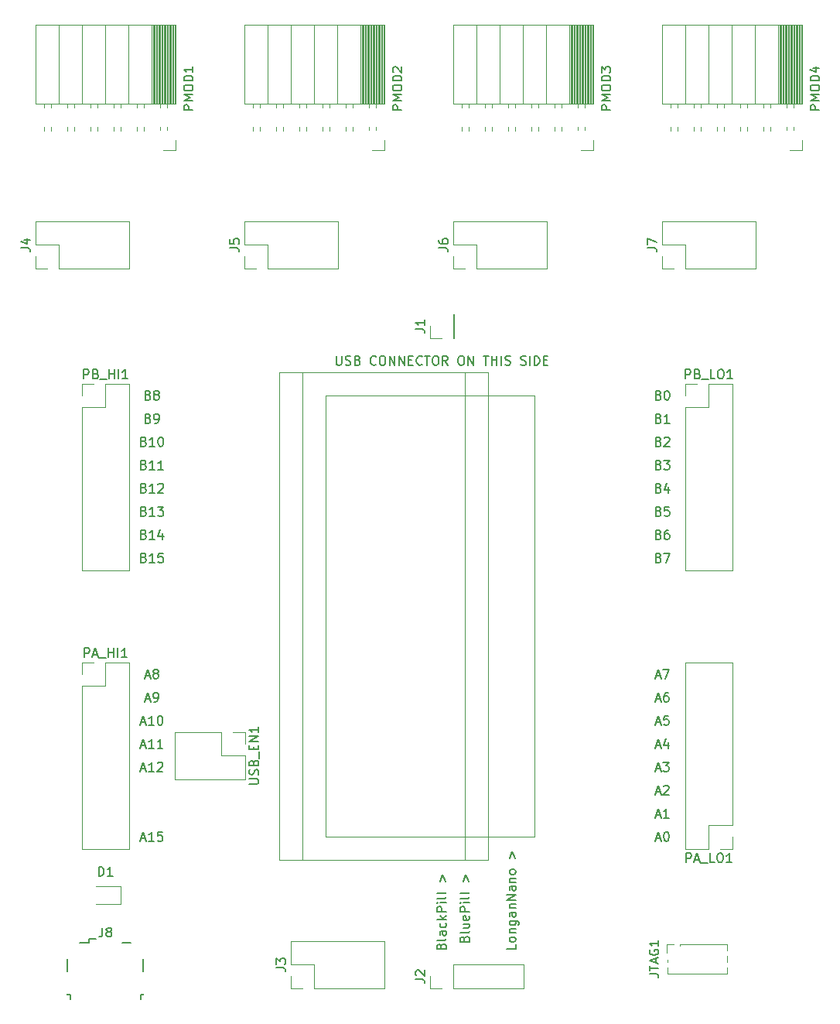
<source format=gbr>
%TF.GenerationSoftware,KiCad,Pcbnew,5.1.10*%
%TF.CreationDate,2021-09-24T20:54:15+02:00*%
%TF.ProjectId,ucdev_board,75636465-765f-4626-9f61-72642e6b6963,rev?*%
%TF.SameCoordinates,Original*%
%TF.FileFunction,Legend,Top*%
%TF.FilePolarity,Positive*%
%FSLAX46Y46*%
G04 Gerber Fmt 4.6, Leading zero omitted, Abs format (unit mm)*
G04 Created by KiCad (PCBNEW 5.1.10) date 2021-09-24 20:54:15*
%MOMM*%
%LPD*%
G01*
G04 APERTURE LIST*
%ADD10C,0.150000*%
%ADD11C,0.120000*%
G04 APERTURE END LIST*
D10*
X127555714Y-106846666D02*
X128031904Y-106846666D01*
X127460476Y-107132380D02*
X127793809Y-106132380D01*
X128127142Y-107132380D01*
X128650952Y-106132380D02*
X128746190Y-106132380D01*
X128841428Y-106180000D01*
X128889047Y-106227619D01*
X128936666Y-106322857D01*
X128984285Y-106513333D01*
X128984285Y-106751428D01*
X128936666Y-106941904D01*
X128889047Y-107037142D01*
X128841428Y-107084761D01*
X128746190Y-107132380D01*
X128650952Y-107132380D01*
X128555714Y-107084761D01*
X128508095Y-107037142D01*
X128460476Y-106941904D01*
X128412857Y-106751428D01*
X128412857Y-106513333D01*
X128460476Y-106322857D01*
X128508095Y-106227619D01*
X128555714Y-106180000D01*
X128650952Y-106132380D01*
X127555714Y-104306666D02*
X128031904Y-104306666D01*
X127460476Y-104592380D02*
X127793809Y-103592380D01*
X128127142Y-104592380D01*
X128984285Y-104592380D02*
X128412857Y-104592380D01*
X128698571Y-104592380D02*
X128698571Y-103592380D01*
X128603333Y-103735238D01*
X128508095Y-103830476D01*
X128412857Y-103878095D01*
X127555714Y-101766666D02*
X128031904Y-101766666D01*
X127460476Y-102052380D02*
X127793809Y-101052380D01*
X128127142Y-102052380D01*
X128412857Y-101147619D02*
X128460476Y-101100000D01*
X128555714Y-101052380D01*
X128793809Y-101052380D01*
X128889047Y-101100000D01*
X128936666Y-101147619D01*
X128984285Y-101242857D01*
X128984285Y-101338095D01*
X128936666Y-101480952D01*
X128365238Y-102052380D01*
X128984285Y-102052380D01*
X127555714Y-99226666D02*
X128031904Y-99226666D01*
X127460476Y-99512380D02*
X127793809Y-98512380D01*
X128127142Y-99512380D01*
X128365238Y-98512380D02*
X128984285Y-98512380D01*
X128650952Y-98893333D01*
X128793809Y-98893333D01*
X128889047Y-98940952D01*
X128936666Y-98988571D01*
X128984285Y-99083809D01*
X128984285Y-99321904D01*
X128936666Y-99417142D01*
X128889047Y-99464761D01*
X128793809Y-99512380D01*
X128508095Y-99512380D01*
X128412857Y-99464761D01*
X128365238Y-99417142D01*
X127555714Y-96686666D02*
X128031904Y-96686666D01*
X127460476Y-96972380D02*
X127793809Y-95972380D01*
X128127142Y-96972380D01*
X128889047Y-96305714D02*
X128889047Y-96972380D01*
X128650952Y-95924761D02*
X128412857Y-96639047D01*
X129031904Y-96639047D01*
X127555714Y-94146666D02*
X128031904Y-94146666D01*
X127460476Y-94432380D02*
X127793809Y-93432380D01*
X128127142Y-94432380D01*
X128936666Y-93432380D02*
X128460476Y-93432380D01*
X128412857Y-93908571D01*
X128460476Y-93860952D01*
X128555714Y-93813333D01*
X128793809Y-93813333D01*
X128889047Y-93860952D01*
X128936666Y-93908571D01*
X128984285Y-94003809D01*
X128984285Y-94241904D01*
X128936666Y-94337142D01*
X128889047Y-94384761D01*
X128793809Y-94432380D01*
X128555714Y-94432380D01*
X128460476Y-94384761D01*
X128412857Y-94337142D01*
X127555714Y-91606666D02*
X128031904Y-91606666D01*
X127460476Y-91892380D02*
X127793809Y-90892380D01*
X128127142Y-91892380D01*
X128889047Y-90892380D02*
X128698571Y-90892380D01*
X128603333Y-90940000D01*
X128555714Y-90987619D01*
X128460476Y-91130476D01*
X128412857Y-91320952D01*
X128412857Y-91701904D01*
X128460476Y-91797142D01*
X128508095Y-91844761D01*
X128603333Y-91892380D01*
X128793809Y-91892380D01*
X128889047Y-91844761D01*
X128936666Y-91797142D01*
X128984285Y-91701904D01*
X128984285Y-91463809D01*
X128936666Y-91368571D01*
X128889047Y-91320952D01*
X128793809Y-91273333D01*
X128603333Y-91273333D01*
X128508095Y-91320952D01*
X128460476Y-91368571D01*
X128412857Y-91463809D01*
X127555714Y-89066666D02*
X128031904Y-89066666D01*
X127460476Y-89352380D02*
X127793809Y-88352380D01*
X128127142Y-89352380D01*
X128365238Y-88352380D02*
X129031904Y-88352380D01*
X128603333Y-89352380D01*
X127865238Y-76128571D02*
X128008095Y-76176190D01*
X128055714Y-76223809D01*
X128103333Y-76319047D01*
X128103333Y-76461904D01*
X128055714Y-76557142D01*
X128008095Y-76604761D01*
X127912857Y-76652380D01*
X127531904Y-76652380D01*
X127531904Y-75652380D01*
X127865238Y-75652380D01*
X127960476Y-75700000D01*
X128008095Y-75747619D01*
X128055714Y-75842857D01*
X128055714Y-75938095D01*
X128008095Y-76033333D01*
X127960476Y-76080952D01*
X127865238Y-76128571D01*
X127531904Y-76128571D01*
X128436666Y-75652380D02*
X129103333Y-75652380D01*
X128674761Y-76652380D01*
X127865238Y-73588571D02*
X128008095Y-73636190D01*
X128055714Y-73683809D01*
X128103333Y-73779047D01*
X128103333Y-73921904D01*
X128055714Y-74017142D01*
X128008095Y-74064761D01*
X127912857Y-74112380D01*
X127531904Y-74112380D01*
X127531904Y-73112380D01*
X127865238Y-73112380D01*
X127960476Y-73160000D01*
X128008095Y-73207619D01*
X128055714Y-73302857D01*
X128055714Y-73398095D01*
X128008095Y-73493333D01*
X127960476Y-73540952D01*
X127865238Y-73588571D01*
X127531904Y-73588571D01*
X128960476Y-73112380D02*
X128770000Y-73112380D01*
X128674761Y-73160000D01*
X128627142Y-73207619D01*
X128531904Y-73350476D01*
X128484285Y-73540952D01*
X128484285Y-73921904D01*
X128531904Y-74017142D01*
X128579523Y-74064761D01*
X128674761Y-74112380D01*
X128865238Y-74112380D01*
X128960476Y-74064761D01*
X129008095Y-74017142D01*
X129055714Y-73921904D01*
X129055714Y-73683809D01*
X129008095Y-73588571D01*
X128960476Y-73540952D01*
X128865238Y-73493333D01*
X128674761Y-73493333D01*
X128579523Y-73540952D01*
X128531904Y-73588571D01*
X128484285Y-73683809D01*
X127865238Y-71048571D02*
X128008095Y-71096190D01*
X128055714Y-71143809D01*
X128103333Y-71239047D01*
X128103333Y-71381904D01*
X128055714Y-71477142D01*
X128008095Y-71524761D01*
X127912857Y-71572380D01*
X127531904Y-71572380D01*
X127531904Y-70572380D01*
X127865238Y-70572380D01*
X127960476Y-70620000D01*
X128008095Y-70667619D01*
X128055714Y-70762857D01*
X128055714Y-70858095D01*
X128008095Y-70953333D01*
X127960476Y-71000952D01*
X127865238Y-71048571D01*
X127531904Y-71048571D01*
X129008095Y-70572380D02*
X128531904Y-70572380D01*
X128484285Y-71048571D01*
X128531904Y-71000952D01*
X128627142Y-70953333D01*
X128865238Y-70953333D01*
X128960476Y-71000952D01*
X129008095Y-71048571D01*
X129055714Y-71143809D01*
X129055714Y-71381904D01*
X129008095Y-71477142D01*
X128960476Y-71524761D01*
X128865238Y-71572380D01*
X128627142Y-71572380D01*
X128531904Y-71524761D01*
X128484285Y-71477142D01*
X127865238Y-68508571D02*
X128008095Y-68556190D01*
X128055714Y-68603809D01*
X128103333Y-68699047D01*
X128103333Y-68841904D01*
X128055714Y-68937142D01*
X128008095Y-68984761D01*
X127912857Y-69032380D01*
X127531904Y-69032380D01*
X127531904Y-68032380D01*
X127865238Y-68032380D01*
X127960476Y-68080000D01*
X128008095Y-68127619D01*
X128055714Y-68222857D01*
X128055714Y-68318095D01*
X128008095Y-68413333D01*
X127960476Y-68460952D01*
X127865238Y-68508571D01*
X127531904Y-68508571D01*
X128960476Y-68365714D02*
X128960476Y-69032380D01*
X128722380Y-67984761D02*
X128484285Y-68699047D01*
X129103333Y-68699047D01*
X127865238Y-65968571D02*
X128008095Y-66016190D01*
X128055714Y-66063809D01*
X128103333Y-66159047D01*
X128103333Y-66301904D01*
X128055714Y-66397142D01*
X128008095Y-66444761D01*
X127912857Y-66492380D01*
X127531904Y-66492380D01*
X127531904Y-65492380D01*
X127865238Y-65492380D01*
X127960476Y-65540000D01*
X128008095Y-65587619D01*
X128055714Y-65682857D01*
X128055714Y-65778095D01*
X128008095Y-65873333D01*
X127960476Y-65920952D01*
X127865238Y-65968571D01*
X127531904Y-65968571D01*
X128436666Y-65492380D02*
X129055714Y-65492380D01*
X128722380Y-65873333D01*
X128865238Y-65873333D01*
X128960476Y-65920952D01*
X129008095Y-65968571D01*
X129055714Y-66063809D01*
X129055714Y-66301904D01*
X129008095Y-66397142D01*
X128960476Y-66444761D01*
X128865238Y-66492380D01*
X128579523Y-66492380D01*
X128484285Y-66444761D01*
X128436666Y-66397142D01*
X127865238Y-63428571D02*
X128008095Y-63476190D01*
X128055714Y-63523809D01*
X128103333Y-63619047D01*
X128103333Y-63761904D01*
X128055714Y-63857142D01*
X128008095Y-63904761D01*
X127912857Y-63952380D01*
X127531904Y-63952380D01*
X127531904Y-62952380D01*
X127865238Y-62952380D01*
X127960476Y-63000000D01*
X128008095Y-63047619D01*
X128055714Y-63142857D01*
X128055714Y-63238095D01*
X128008095Y-63333333D01*
X127960476Y-63380952D01*
X127865238Y-63428571D01*
X127531904Y-63428571D01*
X128484285Y-63047619D02*
X128531904Y-63000000D01*
X128627142Y-62952380D01*
X128865238Y-62952380D01*
X128960476Y-63000000D01*
X129008095Y-63047619D01*
X129055714Y-63142857D01*
X129055714Y-63238095D01*
X129008095Y-63380952D01*
X128436666Y-63952380D01*
X129055714Y-63952380D01*
X127865238Y-60888571D02*
X128008095Y-60936190D01*
X128055714Y-60983809D01*
X128103333Y-61079047D01*
X128103333Y-61221904D01*
X128055714Y-61317142D01*
X128008095Y-61364761D01*
X127912857Y-61412380D01*
X127531904Y-61412380D01*
X127531904Y-60412380D01*
X127865238Y-60412380D01*
X127960476Y-60460000D01*
X128008095Y-60507619D01*
X128055714Y-60602857D01*
X128055714Y-60698095D01*
X128008095Y-60793333D01*
X127960476Y-60840952D01*
X127865238Y-60888571D01*
X127531904Y-60888571D01*
X129055714Y-61412380D02*
X128484285Y-61412380D01*
X128770000Y-61412380D02*
X128770000Y-60412380D01*
X128674761Y-60555238D01*
X128579523Y-60650476D01*
X128484285Y-60698095D01*
X127865238Y-58348571D02*
X128008095Y-58396190D01*
X128055714Y-58443809D01*
X128103333Y-58539047D01*
X128103333Y-58681904D01*
X128055714Y-58777142D01*
X128008095Y-58824761D01*
X127912857Y-58872380D01*
X127531904Y-58872380D01*
X127531904Y-57872380D01*
X127865238Y-57872380D01*
X127960476Y-57920000D01*
X128008095Y-57967619D01*
X128055714Y-58062857D01*
X128055714Y-58158095D01*
X128008095Y-58253333D01*
X127960476Y-58300952D01*
X127865238Y-58348571D01*
X127531904Y-58348571D01*
X128722380Y-57872380D02*
X128817619Y-57872380D01*
X128912857Y-57920000D01*
X128960476Y-57967619D01*
X129008095Y-58062857D01*
X129055714Y-58253333D01*
X129055714Y-58491428D01*
X129008095Y-58681904D01*
X128960476Y-58777142D01*
X128912857Y-58824761D01*
X128817619Y-58872380D01*
X128722380Y-58872380D01*
X128627142Y-58824761D01*
X128579523Y-58777142D01*
X128531904Y-58681904D01*
X128484285Y-58491428D01*
X128484285Y-58253333D01*
X128531904Y-58062857D01*
X128579523Y-57967619D01*
X128627142Y-57920000D01*
X128722380Y-57872380D01*
X71199523Y-106846666D02*
X71675714Y-106846666D01*
X71104285Y-107132380D02*
X71437619Y-106132380D01*
X71770952Y-107132380D01*
X72628095Y-107132380D02*
X72056666Y-107132380D01*
X72342380Y-107132380D02*
X72342380Y-106132380D01*
X72247142Y-106275238D01*
X72151904Y-106370476D01*
X72056666Y-106418095D01*
X73532857Y-106132380D02*
X73056666Y-106132380D01*
X73009047Y-106608571D01*
X73056666Y-106560952D01*
X73151904Y-106513333D01*
X73390000Y-106513333D01*
X73485238Y-106560952D01*
X73532857Y-106608571D01*
X73580476Y-106703809D01*
X73580476Y-106941904D01*
X73532857Y-107037142D01*
X73485238Y-107084761D01*
X73390000Y-107132380D01*
X73151904Y-107132380D01*
X73056666Y-107084761D01*
X73009047Y-107037142D01*
X71199523Y-99226666D02*
X71675714Y-99226666D01*
X71104285Y-99512380D02*
X71437619Y-98512380D01*
X71770952Y-99512380D01*
X72628095Y-99512380D02*
X72056666Y-99512380D01*
X72342380Y-99512380D02*
X72342380Y-98512380D01*
X72247142Y-98655238D01*
X72151904Y-98750476D01*
X72056666Y-98798095D01*
X73009047Y-98607619D02*
X73056666Y-98560000D01*
X73151904Y-98512380D01*
X73390000Y-98512380D01*
X73485238Y-98560000D01*
X73532857Y-98607619D01*
X73580476Y-98702857D01*
X73580476Y-98798095D01*
X73532857Y-98940952D01*
X72961428Y-99512380D01*
X73580476Y-99512380D01*
X71199523Y-96686666D02*
X71675714Y-96686666D01*
X71104285Y-96972380D02*
X71437619Y-95972380D01*
X71770952Y-96972380D01*
X72628095Y-96972380D02*
X72056666Y-96972380D01*
X72342380Y-96972380D02*
X72342380Y-95972380D01*
X72247142Y-96115238D01*
X72151904Y-96210476D01*
X72056666Y-96258095D01*
X73580476Y-96972380D02*
X73009047Y-96972380D01*
X73294761Y-96972380D02*
X73294761Y-95972380D01*
X73199523Y-96115238D01*
X73104285Y-96210476D01*
X73009047Y-96258095D01*
X71199523Y-94146666D02*
X71675714Y-94146666D01*
X71104285Y-94432380D02*
X71437619Y-93432380D01*
X71770952Y-94432380D01*
X72628095Y-94432380D02*
X72056666Y-94432380D01*
X72342380Y-94432380D02*
X72342380Y-93432380D01*
X72247142Y-93575238D01*
X72151904Y-93670476D01*
X72056666Y-93718095D01*
X73247142Y-93432380D02*
X73342380Y-93432380D01*
X73437619Y-93480000D01*
X73485238Y-93527619D01*
X73532857Y-93622857D01*
X73580476Y-93813333D01*
X73580476Y-94051428D01*
X73532857Y-94241904D01*
X73485238Y-94337142D01*
X73437619Y-94384761D01*
X73342380Y-94432380D01*
X73247142Y-94432380D01*
X73151904Y-94384761D01*
X73104285Y-94337142D01*
X73056666Y-94241904D01*
X73009047Y-94051428D01*
X73009047Y-93813333D01*
X73056666Y-93622857D01*
X73104285Y-93527619D01*
X73151904Y-93480000D01*
X73247142Y-93432380D01*
X71675714Y-91606666D02*
X72151904Y-91606666D01*
X71580476Y-91892380D02*
X71913809Y-90892380D01*
X72247142Y-91892380D01*
X72628095Y-91892380D02*
X72818571Y-91892380D01*
X72913809Y-91844761D01*
X72961428Y-91797142D01*
X73056666Y-91654285D01*
X73104285Y-91463809D01*
X73104285Y-91082857D01*
X73056666Y-90987619D01*
X73009047Y-90940000D01*
X72913809Y-90892380D01*
X72723333Y-90892380D01*
X72628095Y-90940000D01*
X72580476Y-90987619D01*
X72532857Y-91082857D01*
X72532857Y-91320952D01*
X72580476Y-91416190D01*
X72628095Y-91463809D01*
X72723333Y-91511428D01*
X72913809Y-91511428D01*
X73009047Y-91463809D01*
X73056666Y-91416190D01*
X73104285Y-91320952D01*
X71675714Y-89066666D02*
X72151904Y-89066666D01*
X71580476Y-89352380D02*
X71913809Y-88352380D01*
X72247142Y-89352380D01*
X72723333Y-88780952D02*
X72628095Y-88733333D01*
X72580476Y-88685714D01*
X72532857Y-88590476D01*
X72532857Y-88542857D01*
X72580476Y-88447619D01*
X72628095Y-88400000D01*
X72723333Y-88352380D01*
X72913809Y-88352380D01*
X73009047Y-88400000D01*
X73056666Y-88447619D01*
X73104285Y-88542857D01*
X73104285Y-88590476D01*
X73056666Y-88685714D01*
X73009047Y-88733333D01*
X72913809Y-88780952D01*
X72723333Y-88780952D01*
X72628095Y-88828571D01*
X72580476Y-88876190D01*
X72532857Y-88971428D01*
X72532857Y-89161904D01*
X72580476Y-89257142D01*
X72628095Y-89304761D01*
X72723333Y-89352380D01*
X72913809Y-89352380D01*
X73009047Y-89304761D01*
X73056666Y-89257142D01*
X73104285Y-89161904D01*
X73104285Y-88971428D01*
X73056666Y-88876190D01*
X73009047Y-88828571D01*
X72913809Y-88780952D01*
X71509047Y-76128571D02*
X71651904Y-76176190D01*
X71699523Y-76223809D01*
X71747142Y-76319047D01*
X71747142Y-76461904D01*
X71699523Y-76557142D01*
X71651904Y-76604761D01*
X71556666Y-76652380D01*
X71175714Y-76652380D01*
X71175714Y-75652380D01*
X71509047Y-75652380D01*
X71604285Y-75700000D01*
X71651904Y-75747619D01*
X71699523Y-75842857D01*
X71699523Y-75938095D01*
X71651904Y-76033333D01*
X71604285Y-76080952D01*
X71509047Y-76128571D01*
X71175714Y-76128571D01*
X72699523Y-76652380D02*
X72128095Y-76652380D01*
X72413809Y-76652380D02*
X72413809Y-75652380D01*
X72318571Y-75795238D01*
X72223333Y-75890476D01*
X72128095Y-75938095D01*
X73604285Y-75652380D02*
X73128095Y-75652380D01*
X73080476Y-76128571D01*
X73128095Y-76080952D01*
X73223333Y-76033333D01*
X73461428Y-76033333D01*
X73556666Y-76080952D01*
X73604285Y-76128571D01*
X73651904Y-76223809D01*
X73651904Y-76461904D01*
X73604285Y-76557142D01*
X73556666Y-76604761D01*
X73461428Y-76652380D01*
X73223333Y-76652380D01*
X73128095Y-76604761D01*
X73080476Y-76557142D01*
X71509047Y-73588571D02*
X71651904Y-73636190D01*
X71699523Y-73683809D01*
X71747142Y-73779047D01*
X71747142Y-73921904D01*
X71699523Y-74017142D01*
X71651904Y-74064761D01*
X71556666Y-74112380D01*
X71175714Y-74112380D01*
X71175714Y-73112380D01*
X71509047Y-73112380D01*
X71604285Y-73160000D01*
X71651904Y-73207619D01*
X71699523Y-73302857D01*
X71699523Y-73398095D01*
X71651904Y-73493333D01*
X71604285Y-73540952D01*
X71509047Y-73588571D01*
X71175714Y-73588571D01*
X72699523Y-74112380D02*
X72128095Y-74112380D01*
X72413809Y-74112380D02*
X72413809Y-73112380D01*
X72318571Y-73255238D01*
X72223333Y-73350476D01*
X72128095Y-73398095D01*
X73556666Y-73445714D02*
X73556666Y-74112380D01*
X73318571Y-73064761D02*
X73080476Y-73779047D01*
X73699523Y-73779047D01*
X71509047Y-71048571D02*
X71651904Y-71096190D01*
X71699523Y-71143809D01*
X71747142Y-71239047D01*
X71747142Y-71381904D01*
X71699523Y-71477142D01*
X71651904Y-71524761D01*
X71556666Y-71572380D01*
X71175714Y-71572380D01*
X71175714Y-70572380D01*
X71509047Y-70572380D01*
X71604285Y-70620000D01*
X71651904Y-70667619D01*
X71699523Y-70762857D01*
X71699523Y-70858095D01*
X71651904Y-70953333D01*
X71604285Y-71000952D01*
X71509047Y-71048571D01*
X71175714Y-71048571D01*
X72699523Y-71572380D02*
X72128095Y-71572380D01*
X72413809Y-71572380D02*
X72413809Y-70572380D01*
X72318571Y-70715238D01*
X72223333Y-70810476D01*
X72128095Y-70858095D01*
X73032857Y-70572380D02*
X73651904Y-70572380D01*
X73318571Y-70953333D01*
X73461428Y-70953333D01*
X73556666Y-71000952D01*
X73604285Y-71048571D01*
X73651904Y-71143809D01*
X73651904Y-71381904D01*
X73604285Y-71477142D01*
X73556666Y-71524761D01*
X73461428Y-71572380D01*
X73175714Y-71572380D01*
X73080476Y-71524761D01*
X73032857Y-71477142D01*
X71509047Y-68508571D02*
X71651904Y-68556190D01*
X71699523Y-68603809D01*
X71747142Y-68699047D01*
X71747142Y-68841904D01*
X71699523Y-68937142D01*
X71651904Y-68984761D01*
X71556666Y-69032380D01*
X71175714Y-69032380D01*
X71175714Y-68032380D01*
X71509047Y-68032380D01*
X71604285Y-68080000D01*
X71651904Y-68127619D01*
X71699523Y-68222857D01*
X71699523Y-68318095D01*
X71651904Y-68413333D01*
X71604285Y-68460952D01*
X71509047Y-68508571D01*
X71175714Y-68508571D01*
X72699523Y-69032380D02*
X72128095Y-69032380D01*
X72413809Y-69032380D02*
X72413809Y-68032380D01*
X72318571Y-68175238D01*
X72223333Y-68270476D01*
X72128095Y-68318095D01*
X73080476Y-68127619D02*
X73128095Y-68080000D01*
X73223333Y-68032380D01*
X73461428Y-68032380D01*
X73556666Y-68080000D01*
X73604285Y-68127619D01*
X73651904Y-68222857D01*
X73651904Y-68318095D01*
X73604285Y-68460952D01*
X73032857Y-69032380D01*
X73651904Y-69032380D01*
X71509047Y-65968571D02*
X71651904Y-66016190D01*
X71699523Y-66063809D01*
X71747142Y-66159047D01*
X71747142Y-66301904D01*
X71699523Y-66397142D01*
X71651904Y-66444761D01*
X71556666Y-66492380D01*
X71175714Y-66492380D01*
X71175714Y-65492380D01*
X71509047Y-65492380D01*
X71604285Y-65540000D01*
X71651904Y-65587619D01*
X71699523Y-65682857D01*
X71699523Y-65778095D01*
X71651904Y-65873333D01*
X71604285Y-65920952D01*
X71509047Y-65968571D01*
X71175714Y-65968571D01*
X72699523Y-66492380D02*
X72128095Y-66492380D01*
X72413809Y-66492380D02*
X72413809Y-65492380D01*
X72318571Y-65635238D01*
X72223333Y-65730476D01*
X72128095Y-65778095D01*
X73651904Y-66492380D02*
X73080476Y-66492380D01*
X73366190Y-66492380D02*
X73366190Y-65492380D01*
X73270952Y-65635238D01*
X73175714Y-65730476D01*
X73080476Y-65778095D01*
X71509047Y-63428571D02*
X71651904Y-63476190D01*
X71699523Y-63523809D01*
X71747142Y-63619047D01*
X71747142Y-63761904D01*
X71699523Y-63857142D01*
X71651904Y-63904761D01*
X71556666Y-63952380D01*
X71175714Y-63952380D01*
X71175714Y-62952380D01*
X71509047Y-62952380D01*
X71604285Y-63000000D01*
X71651904Y-63047619D01*
X71699523Y-63142857D01*
X71699523Y-63238095D01*
X71651904Y-63333333D01*
X71604285Y-63380952D01*
X71509047Y-63428571D01*
X71175714Y-63428571D01*
X72699523Y-63952380D02*
X72128095Y-63952380D01*
X72413809Y-63952380D02*
X72413809Y-62952380D01*
X72318571Y-63095238D01*
X72223333Y-63190476D01*
X72128095Y-63238095D01*
X73318571Y-62952380D02*
X73413809Y-62952380D01*
X73509047Y-63000000D01*
X73556666Y-63047619D01*
X73604285Y-63142857D01*
X73651904Y-63333333D01*
X73651904Y-63571428D01*
X73604285Y-63761904D01*
X73556666Y-63857142D01*
X73509047Y-63904761D01*
X73413809Y-63952380D01*
X73318571Y-63952380D01*
X73223333Y-63904761D01*
X73175714Y-63857142D01*
X73128095Y-63761904D01*
X73080476Y-63571428D01*
X73080476Y-63333333D01*
X73128095Y-63142857D01*
X73175714Y-63047619D01*
X73223333Y-63000000D01*
X73318571Y-62952380D01*
X71985238Y-60888571D02*
X72128095Y-60936190D01*
X72175714Y-60983809D01*
X72223333Y-61079047D01*
X72223333Y-61221904D01*
X72175714Y-61317142D01*
X72128095Y-61364761D01*
X72032857Y-61412380D01*
X71651904Y-61412380D01*
X71651904Y-60412380D01*
X71985238Y-60412380D01*
X72080476Y-60460000D01*
X72128095Y-60507619D01*
X72175714Y-60602857D01*
X72175714Y-60698095D01*
X72128095Y-60793333D01*
X72080476Y-60840952D01*
X71985238Y-60888571D01*
X71651904Y-60888571D01*
X72699523Y-61412380D02*
X72890000Y-61412380D01*
X72985238Y-61364761D01*
X73032857Y-61317142D01*
X73128095Y-61174285D01*
X73175714Y-60983809D01*
X73175714Y-60602857D01*
X73128095Y-60507619D01*
X73080476Y-60460000D01*
X72985238Y-60412380D01*
X72794761Y-60412380D01*
X72699523Y-60460000D01*
X72651904Y-60507619D01*
X72604285Y-60602857D01*
X72604285Y-60840952D01*
X72651904Y-60936190D01*
X72699523Y-60983809D01*
X72794761Y-61031428D01*
X72985238Y-61031428D01*
X73080476Y-60983809D01*
X73128095Y-60936190D01*
X73175714Y-60840952D01*
X71985238Y-58348571D02*
X72128095Y-58396190D01*
X72175714Y-58443809D01*
X72223333Y-58539047D01*
X72223333Y-58681904D01*
X72175714Y-58777142D01*
X72128095Y-58824761D01*
X72032857Y-58872380D01*
X71651904Y-58872380D01*
X71651904Y-57872380D01*
X71985238Y-57872380D01*
X72080476Y-57920000D01*
X72128095Y-57967619D01*
X72175714Y-58062857D01*
X72175714Y-58158095D01*
X72128095Y-58253333D01*
X72080476Y-58300952D01*
X71985238Y-58348571D01*
X71651904Y-58348571D01*
X72794761Y-58300952D02*
X72699523Y-58253333D01*
X72651904Y-58205714D01*
X72604285Y-58110476D01*
X72604285Y-58062857D01*
X72651904Y-57967619D01*
X72699523Y-57920000D01*
X72794761Y-57872380D01*
X72985238Y-57872380D01*
X73080476Y-57920000D01*
X73128095Y-57967619D01*
X73175714Y-58062857D01*
X73175714Y-58110476D01*
X73128095Y-58205714D01*
X73080476Y-58253333D01*
X72985238Y-58300952D01*
X72794761Y-58300952D01*
X72699523Y-58348571D01*
X72651904Y-58396190D01*
X72604285Y-58491428D01*
X72604285Y-58681904D01*
X72651904Y-58777142D01*
X72699523Y-58824761D01*
X72794761Y-58872380D01*
X72985238Y-58872380D01*
X73080476Y-58824761D01*
X73128095Y-58777142D01*
X73175714Y-58681904D01*
X73175714Y-58491428D01*
X73128095Y-58396190D01*
X73080476Y-58348571D01*
X72985238Y-58300952D01*
%TO.C,J8*%
X69110000Y-118250000D02*
X70110000Y-118250000D01*
X65510000Y-118250000D02*
X64510000Y-118250000D01*
X65510000Y-117825000D02*
X65510000Y-118250000D01*
X66235000Y-117825000D02*
X65510000Y-117825000D01*
X71460000Y-121400000D02*
X71460000Y-120000000D01*
X71460000Y-123950000D02*
X71460000Y-123800000D01*
X71160000Y-123950000D02*
X71460000Y-123950000D01*
X71160000Y-124400000D02*
X71160000Y-123950000D01*
X63460000Y-123950000D02*
X63460000Y-124400000D01*
X63160000Y-123950000D02*
X63460000Y-123950000D01*
X63160000Y-123800000D02*
X63160000Y-123950000D01*
X63160000Y-120000000D02*
X63160000Y-121400000D01*
D11*
%TO.C,D1*%
X68995000Y-112070000D02*
X66310000Y-112070000D01*
X68995000Y-113990000D02*
X68995000Y-112070000D01*
X66310000Y-113990000D02*
X68995000Y-113990000D01*
%TO.C,J7*%
X128210000Y-44510000D02*
X128210000Y-43180000D01*
X129540000Y-44510000D02*
X128210000Y-44510000D01*
X128210000Y-41910000D02*
X128210000Y-39310000D01*
X130810000Y-41910000D02*
X128210000Y-41910000D01*
X130810000Y-44510000D02*
X130810000Y-41910000D01*
X128210000Y-39310000D02*
X138490000Y-39310000D01*
X130810000Y-44510000D02*
X138490000Y-44510000D01*
X138490000Y-44510000D02*
X138490000Y-39310000D01*
%TO.C,J6*%
X105350000Y-44510000D02*
X105350000Y-43180000D01*
X106680000Y-44510000D02*
X105350000Y-44510000D01*
X105350000Y-41910000D02*
X105350000Y-39310000D01*
X107950000Y-41910000D02*
X105350000Y-41910000D01*
X107950000Y-44510000D02*
X107950000Y-41910000D01*
X105350000Y-39310000D02*
X115630000Y-39310000D01*
X107950000Y-44510000D02*
X115630000Y-44510000D01*
X115630000Y-44510000D02*
X115630000Y-39310000D01*
%TO.C,J5*%
X82490000Y-44510000D02*
X82490000Y-43180000D01*
X83820000Y-44510000D02*
X82490000Y-44510000D01*
X82490000Y-41910000D02*
X82490000Y-39310000D01*
X85090000Y-41910000D02*
X82490000Y-41910000D01*
X85090000Y-44510000D02*
X85090000Y-41910000D01*
X82490000Y-39310000D02*
X92770000Y-39310000D01*
X85090000Y-44510000D02*
X92770000Y-44510000D01*
X92770000Y-44510000D02*
X92770000Y-39310000D01*
%TO.C,J4*%
X59630000Y-44510000D02*
X59630000Y-43180000D01*
X60960000Y-44510000D02*
X59630000Y-44510000D01*
X59630000Y-41910000D02*
X59630000Y-39310000D01*
X62230000Y-41910000D02*
X59630000Y-41910000D01*
X62230000Y-44510000D02*
X62230000Y-41910000D01*
X59630000Y-39310000D02*
X69910000Y-39310000D01*
X62230000Y-44510000D02*
X69910000Y-44510000D01*
X69910000Y-44510000D02*
X69910000Y-39310000D01*
%TO.C,USB_EN1*%
X82610000Y-95190000D02*
X82610000Y-96520000D01*
X81280000Y-95190000D02*
X82610000Y-95190000D01*
X82610000Y-97790000D02*
X82610000Y-100390000D01*
X80010000Y-97790000D02*
X82610000Y-97790000D01*
X80010000Y-95190000D02*
X80010000Y-97790000D01*
X82610000Y-100390000D02*
X74870000Y-100390000D01*
X80010000Y-95190000D02*
X74870000Y-95190000D01*
X74870000Y-95190000D02*
X74870000Y-100390000D01*
%TO.C,PB_LO1*%
X130750000Y-57090000D02*
X132080000Y-57090000D01*
X130750000Y-58420000D02*
X130750000Y-57090000D01*
X133350000Y-57090000D02*
X135950000Y-57090000D01*
X133350000Y-59690000D02*
X133350000Y-57090000D01*
X130750000Y-59690000D02*
X133350000Y-59690000D01*
X135950000Y-57090000D02*
X135950000Y-77530000D01*
X130750000Y-59690000D02*
X130750000Y-77530000D01*
X130750000Y-77530000D02*
X135950000Y-77530000D01*
%TO.C,PB_HI1*%
X64710000Y-57090000D02*
X66040000Y-57090000D01*
X64710000Y-58420000D02*
X64710000Y-57090000D01*
X67310000Y-57090000D02*
X69910000Y-57090000D01*
X67310000Y-59690000D02*
X67310000Y-57090000D01*
X64710000Y-59690000D02*
X67310000Y-59690000D01*
X69910000Y-57090000D02*
X69910000Y-77530000D01*
X64710000Y-59690000D02*
X64710000Y-77530000D01*
X64710000Y-77530000D02*
X69910000Y-77530000D01*
%TO.C,PA_LO1*%
X135950000Y-108010000D02*
X134620000Y-108010000D01*
X135950000Y-106680000D02*
X135950000Y-108010000D01*
X133350000Y-108010000D02*
X130750000Y-108010000D01*
X133350000Y-105410000D02*
X133350000Y-108010000D01*
X135950000Y-105410000D02*
X133350000Y-105410000D01*
X130750000Y-108010000D02*
X130750000Y-87570000D01*
X135950000Y-105410000D02*
X135950000Y-87570000D01*
X135950000Y-87570000D02*
X130750000Y-87570000D01*
%TO.C,PA_HI1*%
X64710000Y-87570000D02*
X66040000Y-87570000D01*
X64710000Y-88900000D02*
X64710000Y-87570000D01*
X67310000Y-87570000D02*
X69910000Y-87570000D01*
X67310000Y-90170000D02*
X67310000Y-87570000D01*
X64710000Y-90170000D02*
X67310000Y-90170000D01*
X69910000Y-87570000D02*
X69910000Y-108010000D01*
X64710000Y-90170000D02*
X64710000Y-108010000D01*
X64710000Y-108010000D02*
X69910000Y-108010000D01*
%TO.C,JTAG1*%
X128780000Y-119380000D02*
X128780000Y-118430000D01*
X128780000Y-118430000D02*
X129540000Y-118430000D01*
X130175000Y-118620000D02*
X130175000Y-118430000D01*
X130175000Y-118430000D02*
X135315000Y-118430000D01*
X135315000Y-120342470D02*
X135315000Y-119687530D01*
X135315000Y-121600000D02*
X135315000Y-120957530D01*
X135315000Y-119072470D02*
X135315000Y-118430000D01*
X128845000Y-121600000D02*
X135315000Y-121600000D01*
X128845000Y-120342470D02*
X128845000Y-120140000D01*
X128845000Y-121600000D02*
X128845000Y-120957530D01*
%TO.C,PMOD4*%
X143570000Y-30480000D02*
X143570000Y-31590000D01*
X143570000Y-31590000D02*
X142240000Y-31590000D01*
X143570000Y-17850000D02*
X128210000Y-17850000D01*
X128210000Y-17850000D02*
X128210000Y-26480000D01*
X143570000Y-26480000D02*
X128210000Y-26480000D01*
X143570000Y-17850000D02*
X143570000Y-26480000D01*
X130810000Y-17850000D02*
X130810000Y-26480000D01*
X133350000Y-17850000D02*
X133350000Y-26480000D01*
X135890000Y-17850000D02*
X135890000Y-26480000D01*
X138430000Y-17850000D02*
X138430000Y-26480000D01*
X140970000Y-17850000D02*
X140970000Y-26480000D01*
X129180000Y-28990000D02*
X129180000Y-29430000D01*
X129180000Y-26480000D02*
X129180000Y-26890000D01*
X129900000Y-28990000D02*
X129900000Y-29430000D01*
X129900000Y-26480000D02*
X129900000Y-26890000D01*
X131720000Y-28990000D02*
X131720000Y-29430000D01*
X131720000Y-26480000D02*
X131720000Y-26890000D01*
X132440000Y-28990000D02*
X132440000Y-29430000D01*
X132440000Y-26480000D02*
X132440000Y-26890000D01*
X134260000Y-28990000D02*
X134260000Y-29430000D01*
X134260000Y-26480000D02*
X134260000Y-26890000D01*
X134980000Y-28990000D02*
X134980000Y-29430000D01*
X134980000Y-26480000D02*
X134980000Y-26890000D01*
X136800000Y-28990000D02*
X136800000Y-29430000D01*
X136800000Y-26480000D02*
X136800000Y-26890000D01*
X137520000Y-28990000D02*
X137520000Y-29430000D01*
X137520000Y-26480000D02*
X137520000Y-26890000D01*
X139340000Y-28990000D02*
X139340000Y-29430000D01*
X139340000Y-26480000D02*
X139340000Y-26890000D01*
X140060000Y-28990000D02*
X140060000Y-29430000D01*
X140060000Y-26480000D02*
X140060000Y-26890000D01*
X141880000Y-28990000D02*
X141880000Y-29370000D01*
X141880000Y-26480000D02*
X141880000Y-26890000D01*
X142600000Y-28990000D02*
X142600000Y-29370000D01*
X142600000Y-26480000D02*
X142600000Y-26890000D01*
X141088100Y-17850000D02*
X141088100Y-26480000D01*
X141206195Y-17850000D02*
X141206195Y-26480000D01*
X141324290Y-17850000D02*
X141324290Y-26480000D01*
X141442385Y-17850000D02*
X141442385Y-26480000D01*
X141560480Y-17850000D02*
X141560480Y-26480000D01*
X141678575Y-17850000D02*
X141678575Y-26480000D01*
X141796670Y-17850000D02*
X141796670Y-26480000D01*
X141914765Y-17850000D02*
X141914765Y-26480000D01*
X142032860Y-17850000D02*
X142032860Y-26480000D01*
X142150955Y-17850000D02*
X142150955Y-26480000D01*
X142269050Y-17850000D02*
X142269050Y-26480000D01*
X142387145Y-17850000D02*
X142387145Y-26480000D01*
X142505240Y-17850000D02*
X142505240Y-26480000D01*
X142623335Y-17850000D02*
X142623335Y-26480000D01*
X142741430Y-17850000D02*
X142741430Y-26480000D01*
X142859525Y-17850000D02*
X142859525Y-26480000D01*
X142977620Y-17850000D02*
X142977620Y-26480000D01*
X143095715Y-17850000D02*
X143095715Y-26480000D01*
X143213810Y-17850000D02*
X143213810Y-26480000D01*
X143331905Y-17850000D02*
X143331905Y-26480000D01*
X143450000Y-17850000D02*
X143450000Y-26480000D01*
%TO.C,PMOD3*%
X120710000Y-30480000D02*
X120710000Y-31590000D01*
X120710000Y-31590000D02*
X119380000Y-31590000D01*
X120710000Y-17850000D02*
X105350000Y-17850000D01*
X105350000Y-17850000D02*
X105350000Y-26480000D01*
X120710000Y-26480000D02*
X105350000Y-26480000D01*
X120710000Y-17850000D02*
X120710000Y-26480000D01*
X107950000Y-17850000D02*
X107950000Y-26480000D01*
X110490000Y-17850000D02*
X110490000Y-26480000D01*
X113030000Y-17850000D02*
X113030000Y-26480000D01*
X115570000Y-17850000D02*
X115570000Y-26480000D01*
X118110000Y-17850000D02*
X118110000Y-26480000D01*
X106320000Y-28990000D02*
X106320000Y-29430000D01*
X106320000Y-26480000D02*
X106320000Y-26890000D01*
X107040000Y-28990000D02*
X107040000Y-29430000D01*
X107040000Y-26480000D02*
X107040000Y-26890000D01*
X108860000Y-28990000D02*
X108860000Y-29430000D01*
X108860000Y-26480000D02*
X108860000Y-26890000D01*
X109580000Y-28990000D02*
X109580000Y-29430000D01*
X109580000Y-26480000D02*
X109580000Y-26890000D01*
X111400000Y-28990000D02*
X111400000Y-29430000D01*
X111400000Y-26480000D02*
X111400000Y-26890000D01*
X112120000Y-28990000D02*
X112120000Y-29430000D01*
X112120000Y-26480000D02*
X112120000Y-26890000D01*
X113940000Y-28990000D02*
X113940000Y-29430000D01*
X113940000Y-26480000D02*
X113940000Y-26890000D01*
X114660000Y-28990000D02*
X114660000Y-29430000D01*
X114660000Y-26480000D02*
X114660000Y-26890000D01*
X116480000Y-28990000D02*
X116480000Y-29430000D01*
X116480000Y-26480000D02*
X116480000Y-26890000D01*
X117200000Y-28990000D02*
X117200000Y-29430000D01*
X117200000Y-26480000D02*
X117200000Y-26890000D01*
X119020000Y-28990000D02*
X119020000Y-29370000D01*
X119020000Y-26480000D02*
X119020000Y-26890000D01*
X119740000Y-28990000D02*
X119740000Y-29370000D01*
X119740000Y-26480000D02*
X119740000Y-26890000D01*
X118228100Y-17850000D02*
X118228100Y-26480000D01*
X118346195Y-17850000D02*
X118346195Y-26480000D01*
X118464290Y-17850000D02*
X118464290Y-26480000D01*
X118582385Y-17850000D02*
X118582385Y-26480000D01*
X118700480Y-17850000D02*
X118700480Y-26480000D01*
X118818575Y-17850000D02*
X118818575Y-26480000D01*
X118936670Y-17850000D02*
X118936670Y-26480000D01*
X119054765Y-17850000D02*
X119054765Y-26480000D01*
X119172860Y-17850000D02*
X119172860Y-26480000D01*
X119290955Y-17850000D02*
X119290955Y-26480000D01*
X119409050Y-17850000D02*
X119409050Y-26480000D01*
X119527145Y-17850000D02*
X119527145Y-26480000D01*
X119645240Y-17850000D02*
X119645240Y-26480000D01*
X119763335Y-17850000D02*
X119763335Y-26480000D01*
X119881430Y-17850000D02*
X119881430Y-26480000D01*
X119999525Y-17850000D02*
X119999525Y-26480000D01*
X120117620Y-17850000D02*
X120117620Y-26480000D01*
X120235715Y-17850000D02*
X120235715Y-26480000D01*
X120353810Y-17850000D02*
X120353810Y-26480000D01*
X120471905Y-17850000D02*
X120471905Y-26480000D01*
X120590000Y-17850000D02*
X120590000Y-26480000D01*
%TO.C,PMOD2*%
X97850000Y-30480000D02*
X97850000Y-31590000D01*
X97850000Y-31590000D02*
X96520000Y-31590000D01*
X97850000Y-17850000D02*
X82490000Y-17850000D01*
X82490000Y-17850000D02*
X82490000Y-26480000D01*
X97850000Y-26480000D02*
X82490000Y-26480000D01*
X97850000Y-17850000D02*
X97850000Y-26480000D01*
X85090000Y-17850000D02*
X85090000Y-26480000D01*
X87630000Y-17850000D02*
X87630000Y-26480000D01*
X90170000Y-17850000D02*
X90170000Y-26480000D01*
X92710000Y-17850000D02*
X92710000Y-26480000D01*
X95250000Y-17850000D02*
X95250000Y-26480000D01*
X83460000Y-28990000D02*
X83460000Y-29430000D01*
X83460000Y-26480000D02*
X83460000Y-26890000D01*
X84180000Y-28990000D02*
X84180000Y-29430000D01*
X84180000Y-26480000D02*
X84180000Y-26890000D01*
X86000000Y-28990000D02*
X86000000Y-29430000D01*
X86000000Y-26480000D02*
X86000000Y-26890000D01*
X86720000Y-28990000D02*
X86720000Y-29430000D01*
X86720000Y-26480000D02*
X86720000Y-26890000D01*
X88540000Y-28990000D02*
X88540000Y-29430000D01*
X88540000Y-26480000D02*
X88540000Y-26890000D01*
X89260000Y-28990000D02*
X89260000Y-29430000D01*
X89260000Y-26480000D02*
X89260000Y-26890000D01*
X91080000Y-28990000D02*
X91080000Y-29430000D01*
X91080000Y-26480000D02*
X91080000Y-26890000D01*
X91800000Y-28990000D02*
X91800000Y-29430000D01*
X91800000Y-26480000D02*
X91800000Y-26890000D01*
X93620000Y-28990000D02*
X93620000Y-29430000D01*
X93620000Y-26480000D02*
X93620000Y-26890000D01*
X94340000Y-28990000D02*
X94340000Y-29430000D01*
X94340000Y-26480000D02*
X94340000Y-26890000D01*
X96160000Y-28990000D02*
X96160000Y-29370000D01*
X96160000Y-26480000D02*
X96160000Y-26890000D01*
X96880000Y-28990000D02*
X96880000Y-29370000D01*
X96880000Y-26480000D02*
X96880000Y-26890000D01*
X95368100Y-17850000D02*
X95368100Y-26480000D01*
X95486195Y-17850000D02*
X95486195Y-26480000D01*
X95604290Y-17850000D02*
X95604290Y-26480000D01*
X95722385Y-17850000D02*
X95722385Y-26480000D01*
X95840480Y-17850000D02*
X95840480Y-26480000D01*
X95958575Y-17850000D02*
X95958575Y-26480000D01*
X96076670Y-17850000D02*
X96076670Y-26480000D01*
X96194765Y-17850000D02*
X96194765Y-26480000D01*
X96312860Y-17850000D02*
X96312860Y-26480000D01*
X96430955Y-17850000D02*
X96430955Y-26480000D01*
X96549050Y-17850000D02*
X96549050Y-26480000D01*
X96667145Y-17850000D02*
X96667145Y-26480000D01*
X96785240Y-17850000D02*
X96785240Y-26480000D01*
X96903335Y-17850000D02*
X96903335Y-26480000D01*
X97021430Y-17850000D02*
X97021430Y-26480000D01*
X97139525Y-17850000D02*
X97139525Y-26480000D01*
X97257620Y-17850000D02*
X97257620Y-26480000D01*
X97375715Y-17850000D02*
X97375715Y-26480000D01*
X97493810Y-17850000D02*
X97493810Y-26480000D01*
X97611905Y-17850000D02*
X97611905Y-26480000D01*
X97730000Y-17850000D02*
X97730000Y-26480000D01*
%TO.C,PMOD1*%
X74990000Y-30480000D02*
X74990000Y-31590000D01*
X74990000Y-31590000D02*
X73660000Y-31590000D01*
X74990000Y-17850000D02*
X59630000Y-17850000D01*
X59630000Y-17850000D02*
X59630000Y-26480000D01*
X74990000Y-26480000D02*
X59630000Y-26480000D01*
X74990000Y-17850000D02*
X74990000Y-26480000D01*
X62230000Y-17850000D02*
X62230000Y-26480000D01*
X64770000Y-17850000D02*
X64770000Y-26480000D01*
X67310000Y-17850000D02*
X67310000Y-26480000D01*
X69850000Y-17850000D02*
X69850000Y-26480000D01*
X72390000Y-17850000D02*
X72390000Y-26480000D01*
X60600000Y-28990000D02*
X60600000Y-29430000D01*
X60600000Y-26480000D02*
X60600000Y-26890000D01*
X61320000Y-28990000D02*
X61320000Y-29430000D01*
X61320000Y-26480000D02*
X61320000Y-26890000D01*
X63140000Y-28990000D02*
X63140000Y-29430000D01*
X63140000Y-26480000D02*
X63140000Y-26890000D01*
X63860000Y-28990000D02*
X63860000Y-29430000D01*
X63860000Y-26480000D02*
X63860000Y-26890000D01*
X65680000Y-28990000D02*
X65680000Y-29430000D01*
X65680000Y-26480000D02*
X65680000Y-26890000D01*
X66400000Y-28990000D02*
X66400000Y-29430000D01*
X66400000Y-26480000D02*
X66400000Y-26890000D01*
X68220000Y-28990000D02*
X68220000Y-29430000D01*
X68220000Y-26480000D02*
X68220000Y-26890000D01*
X68940000Y-28990000D02*
X68940000Y-29430000D01*
X68940000Y-26480000D02*
X68940000Y-26890000D01*
X70760000Y-28990000D02*
X70760000Y-29430000D01*
X70760000Y-26480000D02*
X70760000Y-26890000D01*
X71480000Y-28990000D02*
X71480000Y-29430000D01*
X71480000Y-26480000D02*
X71480000Y-26890000D01*
X73300000Y-28990000D02*
X73300000Y-29370000D01*
X73300000Y-26480000D02*
X73300000Y-26890000D01*
X74020000Y-28990000D02*
X74020000Y-29370000D01*
X74020000Y-26480000D02*
X74020000Y-26890000D01*
X72508100Y-17850000D02*
X72508100Y-26480000D01*
X72626195Y-17850000D02*
X72626195Y-26480000D01*
X72744290Y-17850000D02*
X72744290Y-26480000D01*
X72862385Y-17850000D02*
X72862385Y-26480000D01*
X72980480Y-17850000D02*
X72980480Y-26480000D01*
X73098575Y-17850000D02*
X73098575Y-26480000D01*
X73216670Y-17850000D02*
X73216670Y-26480000D01*
X73334765Y-17850000D02*
X73334765Y-26480000D01*
X73452860Y-17850000D02*
X73452860Y-26480000D01*
X73570955Y-17850000D02*
X73570955Y-26480000D01*
X73689050Y-17850000D02*
X73689050Y-26480000D01*
X73807145Y-17850000D02*
X73807145Y-26480000D01*
X73925240Y-17850000D02*
X73925240Y-26480000D01*
X74043335Y-17850000D02*
X74043335Y-26480000D01*
X74161430Y-17850000D02*
X74161430Y-26480000D01*
X74279525Y-17850000D02*
X74279525Y-26480000D01*
X74397620Y-17850000D02*
X74397620Y-26480000D01*
X74515715Y-17850000D02*
X74515715Y-26480000D01*
X74633810Y-17850000D02*
X74633810Y-26480000D01*
X74751905Y-17850000D02*
X74751905Y-26480000D01*
X74870000Y-17850000D02*
X74870000Y-26480000D01*
%TO.C,J3*%
X97850000Y-123250000D02*
X97850000Y-118050000D01*
X90170000Y-123250000D02*
X97850000Y-123250000D01*
X87570000Y-118050000D02*
X97850000Y-118050000D01*
X90170000Y-123250000D02*
X90170000Y-120650000D01*
X90170000Y-120650000D02*
X87570000Y-120650000D01*
X87570000Y-120650000D02*
X87570000Y-118050000D01*
X88900000Y-123250000D02*
X87570000Y-123250000D01*
X87570000Y-123250000D02*
X87570000Y-121920000D01*
%TO.C,J2*%
X113090000Y-123250000D02*
X113090000Y-120590000D01*
X105410000Y-123250000D02*
X113090000Y-123250000D01*
X105410000Y-120590000D02*
X113090000Y-120590000D01*
X105410000Y-123250000D02*
X105410000Y-120590000D01*
X104140000Y-123250000D02*
X102810000Y-123250000D01*
X102810000Y-123250000D02*
X102810000Y-121920000D01*
%TO.C,J1*%
X105470000Y-52130000D02*
X105470000Y-49470000D01*
X105410000Y-52130000D02*
X105470000Y-52130000D01*
X105410000Y-49470000D02*
X105470000Y-49470000D01*
X105410000Y-52130000D02*
X105410000Y-49470000D01*
X104140000Y-52130000D02*
X102810000Y-52130000D01*
X102810000Y-52130000D02*
X102810000Y-50800000D01*
%TO.C,U3*%
X114300000Y-58420000D02*
X114300000Y-106680000D01*
X114300000Y-106680000D02*
X91440000Y-106680000D01*
X91440000Y-106680000D02*
X91440000Y-58420000D01*
X91440000Y-58420000D02*
X114300000Y-58420000D01*
%TO.C,U1*%
X88900000Y-55880000D02*
X109220000Y-55880000D01*
X88900000Y-109220000D02*
X88900000Y-55880000D01*
X109220000Y-109220000D02*
X88900000Y-109220000D01*
X109220000Y-55880000D02*
X109220000Y-109220000D01*
%TO.C,U2*%
X106680000Y-55880000D02*
X106680000Y-109220000D01*
X106680000Y-109220000D02*
X86360000Y-109220000D01*
X86360000Y-109220000D02*
X86360000Y-55880000D01*
X86360000Y-55880000D02*
X106680000Y-55880000D01*
%TO.C,J8*%
D10*
X66976666Y-116602380D02*
X66976666Y-117316666D01*
X66929047Y-117459523D01*
X66833809Y-117554761D01*
X66690952Y-117602380D01*
X66595714Y-117602380D01*
X67595714Y-117030952D02*
X67500476Y-116983333D01*
X67452857Y-116935714D01*
X67405238Y-116840476D01*
X67405238Y-116792857D01*
X67452857Y-116697619D01*
X67500476Y-116650000D01*
X67595714Y-116602380D01*
X67786190Y-116602380D01*
X67881428Y-116650000D01*
X67929047Y-116697619D01*
X67976666Y-116792857D01*
X67976666Y-116840476D01*
X67929047Y-116935714D01*
X67881428Y-116983333D01*
X67786190Y-117030952D01*
X67595714Y-117030952D01*
X67500476Y-117078571D01*
X67452857Y-117126190D01*
X67405238Y-117221428D01*
X67405238Y-117411904D01*
X67452857Y-117507142D01*
X67500476Y-117554761D01*
X67595714Y-117602380D01*
X67786190Y-117602380D01*
X67881428Y-117554761D01*
X67929047Y-117507142D01*
X67976666Y-117411904D01*
X67976666Y-117221428D01*
X67929047Y-117126190D01*
X67881428Y-117078571D01*
X67786190Y-117030952D01*
%TO.C,D1*%
X66571904Y-110942380D02*
X66571904Y-109942380D01*
X66810000Y-109942380D01*
X66952857Y-109990000D01*
X67048095Y-110085238D01*
X67095714Y-110180476D01*
X67143333Y-110370952D01*
X67143333Y-110513809D01*
X67095714Y-110704285D01*
X67048095Y-110799523D01*
X66952857Y-110894761D01*
X66810000Y-110942380D01*
X66571904Y-110942380D01*
X68095714Y-110942380D02*
X67524285Y-110942380D01*
X67810000Y-110942380D02*
X67810000Y-109942380D01*
X67714761Y-110085238D01*
X67619523Y-110180476D01*
X67524285Y-110228095D01*
%TO.C,J7*%
X126662380Y-42243333D02*
X127376666Y-42243333D01*
X127519523Y-42290952D01*
X127614761Y-42386190D01*
X127662380Y-42529047D01*
X127662380Y-42624285D01*
X126662380Y-41862380D02*
X126662380Y-41195714D01*
X127662380Y-41624285D01*
%TO.C,J6*%
X103802380Y-42243333D02*
X104516666Y-42243333D01*
X104659523Y-42290952D01*
X104754761Y-42386190D01*
X104802380Y-42529047D01*
X104802380Y-42624285D01*
X103802380Y-41338571D02*
X103802380Y-41529047D01*
X103850000Y-41624285D01*
X103897619Y-41671904D01*
X104040476Y-41767142D01*
X104230952Y-41814761D01*
X104611904Y-41814761D01*
X104707142Y-41767142D01*
X104754761Y-41719523D01*
X104802380Y-41624285D01*
X104802380Y-41433809D01*
X104754761Y-41338571D01*
X104707142Y-41290952D01*
X104611904Y-41243333D01*
X104373809Y-41243333D01*
X104278571Y-41290952D01*
X104230952Y-41338571D01*
X104183333Y-41433809D01*
X104183333Y-41624285D01*
X104230952Y-41719523D01*
X104278571Y-41767142D01*
X104373809Y-41814761D01*
%TO.C,J5*%
X80942380Y-42243333D02*
X81656666Y-42243333D01*
X81799523Y-42290952D01*
X81894761Y-42386190D01*
X81942380Y-42529047D01*
X81942380Y-42624285D01*
X80942380Y-41290952D02*
X80942380Y-41767142D01*
X81418571Y-41814761D01*
X81370952Y-41767142D01*
X81323333Y-41671904D01*
X81323333Y-41433809D01*
X81370952Y-41338571D01*
X81418571Y-41290952D01*
X81513809Y-41243333D01*
X81751904Y-41243333D01*
X81847142Y-41290952D01*
X81894761Y-41338571D01*
X81942380Y-41433809D01*
X81942380Y-41671904D01*
X81894761Y-41767142D01*
X81847142Y-41814761D01*
%TO.C,J4*%
X58082380Y-42243333D02*
X58796666Y-42243333D01*
X58939523Y-42290952D01*
X59034761Y-42386190D01*
X59082380Y-42529047D01*
X59082380Y-42624285D01*
X58415714Y-41338571D02*
X59082380Y-41338571D01*
X58034761Y-41576666D02*
X58749047Y-41814761D01*
X58749047Y-41195714D01*
%TO.C,USB_EN1*%
X83062380Y-100885238D02*
X83871904Y-100885238D01*
X83967142Y-100837619D01*
X84014761Y-100790000D01*
X84062380Y-100694761D01*
X84062380Y-100504285D01*
X84014761Y-100409047D01*
X83967142Y-100361428D01*
X83871904Y-100313809D01*
X83062380Y-100313809D01*
X84014761Y-99885238D02*
X84062380Y-99742380D01*
X84062380Y-99504285D01*
X84014761Y-99409047D01*
X83967142Y-99361428D01*
X83871904Y-99313809D01*
X83776666Y-99313809D01*
X83681428Y-99361428D01*
X83633809Y-99409047D01*
X83586190Y-99504285D01*
X83538571Y-99694761D01*
X83490952Y-99790000D01*
X83443333Y-99837619D01*
X83348095Y-99885238D01*
X83252857Y-99885238D01*
X83157619Y-99837619D01*
X83110000Y-99790000D01*
X83062380Y-99694761D01*
X83062380Y-99456666D01*
X83110000Y-99313809D01*
X83538571Y-98551904D02*
X83586190Y-98409047D01*
X83633809Y-98361428D01*
X83729047Y-98313809D01*
X83871904Y-98313809D01*
X83967142Y-98361428D01*
X84014761Y-98409047D01*
X84062380Y-98504285D01*
X84062380Y-98885238D01*
X83062380Y-98885238D01*
X83062380Y-98551904D01*
X83110000Y-98456666D01*
X83157619Y-98409047D01*
X83252857Y-98361428D01*
X83348095Y-98361428D01*
X83443333Y-98409047D01*
X83490952Y-98456666D01*
X83538571Y-98551904D01*
X83538571Y-98885238D01*
X84157619Y-98123333D02*
X84157619Y-97361428D01*
X83538571Y-97123333D02*
X83538571Y-96790000D01*
X84062380Y-96647142D02*
X84062380Y-97123333D01*
X83062380Y-97123333D01*
X83062380Y-96647142D01*
X84062380Y-96218571D02*
X83062380Y-96218571D01*
X84062380Y-95647142D01*
X83062380Y-95647142D01*
X84062380Y-94647142D02*
X84062380Y-95218571D01*
X84062380Y-94932857D02*
X83062380Y-94932857D01*
X83205238Y-95028095D01*
X83300476Y-95123333D01*
X83348095Y-95218571D01*
%TO.C,PB_LO1*%
X130802380Y-56542380D02*
X130802380Y-55542380D01*
X131183333Y-55542380D01*
X131278571Y-55590000D01*
X131326190Y-55637619D01*
X131373809Y-55732857D01*
X131373809Y-55875714D01*
X131326190Y-55970952D01*
X131278571Y-56018571D01*
X131183333Y-56066190D01*
X130802380Y-56066190D01*
X132135714Y-56018571D02*
X132278571Y-56066190D01*
X132326190Y-56113809D01*
X132373809Y-56209047D01*
X132373809Y-56351904D01*
X132326190Y-56447142D01*
X132278571Y-56494761D01*
X132183333Y-56542380D01*
X131802380Y-56542380D01*
X131802380Y-55542380D01*
X132135714Y-55542380D01*
X132230952Y-55590000D01*
X132278571Y-55637619D01*
X132326190Y-55732857D01*
X132326190Y-55828095D01*
X132278571Y-55923333D01*
X132230952Y-55970952D01*
X132135714Y-56018571D01*
X131802380Y-56018571D01*
X132564285Y-56637619D02*
X133326190Y-56637619D01*
X134040476Y-56542380D02*
X133564285Y-56542380D01*
X133564285Y-55542380D01*
X134564285Y-55542380D02*
X134754761Y-55542380D01*
X134850000Y-55590000D01*
X134945238Y-55685238D01*
X134992857Y-55875714D01*
X134992857Y-56209047D01*
X134945238Y-56399523D01*
X134850000Y-56494761D01*
X134754761Y-56542380D01*
X134564285Y-56542380D01*
X134469047Y-56494761D01*
X134373809Y-56399523D01*
X134326190Y-56209047D01*
X134326190Y-55875714D01*
X134373809Y-55685238D01*
X134469047Y-55590000D01*
X134564285Y-55542380D01*
X135945238Y-56542380D02*
X135373809Y-56542380D01*
X135659523Y-56542380D02*
X135659523Y-55542380D01*
X135564285Y-55685238D01*
X135469047Y-55780476D01*
X135373809Y-55828095D01*
%TO.C,PB_HI1*%
X64929047Y-56542380D02*
X64929047Y-55542380D01*
X65310000Y-55542380D01*
X65405238Y-55590000D01*
X65452857Y-55637619D01*
X65500476Y-55732857D01*
X65500476Y-55875714D01*
X65452857Y-55970952D01*
X65405238Y-56018571D01*
X65310000Y-56066190D01*
X64929047Y-56066190D01*
X66262380Y-56018571D02*
X66405238Y-56066190D01*
X66452857Y-56113809D01*
X66500476Y-56209047D01*
X66500476Y-56351904D01*
X66452857Y-56447142D01*
X66405238Y-56494761D01*
X66310000Y-56542380D01*
X65929047Y-56542380D01*
X65929047Y-55542380D01*
X66262380Y-55542380D01*
X66357619Y-55590000D01*
X66405238Y-55637619D01*
X66452857Y-55732857D01*
X66452857Y-55828095D01*
X66405238Y-55923333D01*
X66357619Y-55970952D01*
X66262380Y-56018571D01*
X65929047Y-56018571D01*
X66690952Y-56637619D02*
X67452857Y-56637619D01*
X67690952Y-56542380D02*
X67690952Y-55542380D01*
X67690952Y-56018571D02*
X68262380Y-56018571D01*
X68262380Y-56542380D02*
X68262380Y-55542380D01*
X68738571Y-56542380D02*
X68738571Y-55542380D01*
X69738571Y-56542380D02*
X69167142Y-56542380D01*
X69452857Y-56542380D02*
X69452857Y-55542380D01*
X69357619Y-55685238D01*
X69262380Y-55780476D01*
X69167142Y-55828095D01*
%TO.C,PA_LO1*%
X130873809Y-109462380D02*
X130873809Y-108462380D01*
X131254761Y-108462380D01*
X131350000Y-108510000D01*
X131397619Y-108557619D01*
X131445238Y-108652857D01*
X131445238Y-108795714D01*
X131397619Y-108890952D01*
X131350000Y-108938571D01*
X131254761Y-108986190D01*
X130873809Y-108986190D01*
X131826190Y-109176666D02*
X132302380Y-109176666D01*
X131730952Y-109462380D02*
X132064285Y-108462380D01*
X132397619Y-109462380D01*
X132492857Y-109557619D02*
X133254761Y-109557619D01*
X133969047Y-109462380D02*
X133492857Y-109462380D01*
X133492857Y-108462380D01*
X134492857Y-108462380D02*
X134683333Y-108462380D01*
X134778571Y-108510000D01*
X134873809Y-108605238D01*
X134921428Y-108795714D01*
X134921428Y-109129047D01*
X134873809Y-109319523D01*
X134778571Y-109414761D01*
X134683333Y-109462380D01*
X134492857Y-109462380D01*
X134397619Y-109414761D01*
X134302380Y-109319523D01*
X134254761Y-109129047D01*
X134254761Y-108795714D01*
X134302380Y-108605238D01*
X134397619Y-108510000D01*
X134492857Y-108462380D01*
X135873809Y-109462380D02*
X135302380Y-109462380D01*
X135588095Y-109462380D02*
X135588095Y-108462380D01*
X135492857Y-108605238D01*
X135397619Y-108700476D01*
X135302380Y-108748095D01*
%TO.C,PA_HI1*%
X65000476Y-87022380D02*
X65000476Y-86022380D01*
X65381428Y-86022380D01*
X65476666Y-86070000D01*
X65524285Y-86117619D01*
X65571904Y-86212857D01*
X65571904Y-86355714D01*
X65524285Y-86450952D01*
X65476666Y-86498571D01*
X65381428Y-86546190D01*
X65000476Y-86546190D01*
X65952857Y-86736666D02*
X66429047Y-86736666D01*
X65857619Y-87022380D02*
X66190952Y-86022380D01*
X66524285Y-87022380D01*
X66619523Y-87117619D02*
X67381428Y-87117619D01*
X67619523Y-87022380D02*
X67619523Y-86022380D01*
X67619523Y-86498571D02*
X68190952Y-86498571D01*
X68190952Y-87022380D02*
X68190952Y-86022380D01*
X68667142Y-87022380D02*
X68667142Y-86022380D01*
X69667142Y-87022380D02*
X69095714Y-87022380D01*
X69381428Y-87022380D02*
X69381428Y-86022380D01*
X69286190Y-86165238D01*
X69190952Y-86260476D01*
X69095714Y-86308095D01*
%TO.C,JTAG1*%
X126857380Y-121657857D02*
X127571666Y-121657857D01*
X127714523Y-121705476D01*
X127809761Y-121800714D01*
X127857380Y-121943571D01*
X127857380Y-122038809D01*
X126857380Y-121324523D02*
X126857380Y-120753095D01*
X127857380Y-121038809D02*
X126857380Y-121038809D01*
X127571666Y-120467380D02*
X127571666Y-119991190D01*
X127857380Y-120562619D02*
X126857380Y-120229285D01*
X127857380Y-119895952D01*
X126905000Y-119038809D02*
X126857380Y-119134047D01*
X126857380Y-119276904D01*
X126905000Y-119419761D01*
X127000238Y-119515000D01*
X127095476Y-119562619D01*
X127285952Y-119610238D01*
X127428809Y-119610238D01*
X127619285Y-119562619D01*
X127714523Y-119515000D01*
X127809761Y-119419761D01*
X127857380Y-119276904D01*
X127857380Y-119181666D01*
X127809761Y-119038809D01*
X127762142Y-118991190D01*
X127428809Y-118991190D01*
X127428809Y-119181666D01*
X127857380Y-118038809D02*
X127857380Y-118610238D01*
X127857380Y-118324523D02*
X126857380Y-118324523D01*
X127000238Y-118419761D01*
X127095476Y-118515000D01*
X127143095Y-118610238D01*
%TO.C,PMOD4*%
X145462380Y-27163333D02*
X144462380Y-27163333D01*
X144462380Y-26782380D01*
X144510000Y-26687142D01*
X144557619Y-26639523D01*
X144652857Y-26591904D01*
X144795714Y-26591904D01*
X144890952Y-26639523D01*
X144938571Y-26687142D01*
X144986190Y-26782380D01*
X144986190Y-27163333D01*
X145462380Y-26163333D02*
X144462380Y-26163333D01*
X145176666Y-25830000D01*
X144462380Y-25496666D01*
X145462380Y-25496666D01*
X144462380Y-24830000D02*
X144462380Y-24639523D01*
X144510000Y-24544285D01*
X144605238Y-24449047D01*
X144795714Y-24401428D01*
X145129047Y-24401428D01*
X145319523Y-24449047D01*
X145414761Y-24544285D01*
X145462380Y-24639523D01*
X145462380Y-24830000D01*
X145414761Y-24925238D01*
X145319523Y-25020476D01*
X145129047Y-25068095D01*
X144795714Y-25068095D01*
X144605238Y-25020476D01*
X144510000Y-24925238D01*
X144462380Y-24830000D01*
X145462380Y-23972857D02*
X144462380Y-23972857D01*
X144462380Y-23734761D01*
X144510000Y-23591904D01*
X144605238Y-23496666D01*
X144700476Y-23449047D01*
X144890952Y-23401428D01*
X145033809Y-23401428D01*
X145224285Y-23449047D01*
X145319523Y-23496666D01*
X145414761Y-23591904D01*
X145462380Y-23734761D01*
X145462380Y-23972857D01*
X144795714Y-22544285D02*
X145462380Y-22544285D01*
X144414761Y-22782380D02*
X145129047Y-23020476D01*
X145129047Y-22401428D01*
%TO.C,PMOD3*%
X122602380Y-27163333D02*
X121602380Y-27163333D01*
X121602380Y-26782380D01*
X121650000Y-26687142D01*
X121697619Y-26639523D01*
X121792857Y-26591904D01*
X121935714Y-26591904D01*
X122030952Y-26639523D01*
X122078571Y-26687142D01*
X122126190Y-26782380D01*
X122126190Y-27163333D01*
X122602380Y-26163333D02*
X121602380Y-26163333D01*
X122316666Y-25830000D01*
X121602380Y-25496666D01*
X122602380Y-25496666D01*
X121602380Y-24830000D02*
X121602380Y-24639523D01*
X121650000Y-24544285D01*
X121745238Y-24449047D01*
X121935714Y-24401428D01*
X122269047Y-24401428D01*
X122459523Y-24449047D01*
X122554761Y-24544285D01*
X122602380Y-24639523D01*
X122602380Y-24830000D01*
X122554761Y-24925238D01*
X122459523Y-25020476D01*
X122269047Y-25068095D01*
X121935714Y-25068095D01*
X121745238Y-25020476D01*
X121650000Y-24925238D01*
X121602380Y-24830000D01*
X122602380Y-23972857D02*
X121602380Y-23972857D01*
X121602380Y-23734761D01*
X121650000Y-23591904D01*
X121745238Y-23496666D01*
X121840476Y-23449047D01*
X122030952Y-23401428D01*
X122173809Y-23401428D01*
X122364285Y-23449047D01*
X122459523Y-23496666D01*
X122554761Y-23591904D01*
X122602380Y-23734761D01*
X122602380Y-23972857D01*
X121602380Y-23068095D02*
X121602380Y-22449047D01*
X121983333Y-22782380D01*
X121983333Y-22639523D01*
X122030952Y-22544285D01*
X122078571Y-22496666D01*
X122173809Y-22449047D01*
X122411904Y-22449047D01*
X122507142Y-22496666D01*
X122554761Y-22544285D01*
X122602380Y-22639523D01*
X122602380Y-22925238D01*
X122554761Y-23020476D01*
X122507142Y-23068095D01*
%TO.C,PMOD2*%
X99742380Y-27163333D02*
X98742380Y-27163333D01*
X98742380Y-26782380D01*
X98790000Y-26687142D01*
X98837619Y-26639523D01*
X98932857Y-26591904D01*
X99075714Y-26591904D01*
X99170952Y-26639523D01*
X99218571Y-26687142D01*
X99266190Y-26782380D01*
X99266190Y-27163333D01*
X99742380Y-26163333D02*
X98742380Y-26163333D01*
X99456666Y-25830000D01*
X98742380Y-25496666D01*
X99742380Y-25496666D01*
X98742380Y-24830000D02*
X98742380Y-24639523D01*
X98790000Y-24544285D01*
X98885238Y-24449047D01*
X99075714Y-24401428D01*
X99409047Y-24401428D01*
X99599523Y-24449047D01*
X99694761Y-24544285D01*
X99742380Y-24639523D01*
X99742380Y-24830000D01*
X99694761Y-24925238D01*
X99599523Y-25020476D01*
X99409047Y-25068095D01*
X99075714Y-25068095D01*
X98885238Y-25020476D01*
X98790000Y-24925238D01*
X98742380Y-24830000D01*
X99742380Y-23972857D02*
X98742380Y-23972857D01*
X98742380Y-23734761D01*
X98790000Y-23591904D01*
X98885238Y-23496666D01*
X98980476Y-23449047D01*
X99170952Y-23401428D01*
X99313809Y-23401428D01*
X99504285Y-23449047D01*
X99599523Y-23496666D01*
X99694761Y-23591904D01*
X99742380Y-23734761D01*
X99742380Y-23972857D01*
X98837619Y-23020476D02*
X98790000Y-22972857D01*
X98742380Y-22877619D01*
X98742380Y-22639523D01*
X98790000Y-22544285D01*
X98837619Y-22496666D01*
X98932857Y-22449047D01*
X99028095Y-22449047D01*
X99170952Y-22496666D01*
X99742380Y-23068095D01*
X99742380Y-22449047D01*
%TO.C,PMOD1*%
X76882380Y-27163333D02*
X75882380Y-27163333D01*
X75882380Y-26782380D01*
X75930000Y-26687142D01*
X75977619Y-26639523D01*
X76072857Y-26591904D01*
X76215714Y-26591904D01*
X76310952Y-26639523D01*
X76358571Y-26687142D01*
X76406190Y-26782380D01*
X76406190Y-27163333D01*
X76882380Y-26163333D02*
X75882380Y-26163333D01*
X76596666Y-25830000D01*
X75882380Y-25496666D01*
X76882380Y-25496666D01*
X75882380Y-24830000D02*
X75882380Y-24639523D01*
X75930000Y-24544285D01*
X76025238Y-24449047D01*
X76215714Y-24401428D01*
X76549047Y-24401428D01*
X76739523Y-24449047D01*
X76834761Y-24544285D01*
X76882380Y-24639523D01*
X76882380Y-24830000D01*
X76834761Y-24925238D01*
X76739523Y-25020476D01*
X76549047Y-25068095D01*
X76215714Y-25068095D01*
X76025238Y-25020476D01*
X75930000Y-24925238D01*
X75882380Y-24830000D01*
X76882380Y-23972857D02*
X75882380Y-23972857D01*
X75882380Y-23734761D01*
X75930000Y-23591904D01*
X76025238Y-23496666D01*
X76120476Y-23449047D01*
X76310952Y-23401428D01*
X76453809Y-23401428D01*
X76644285Y-23449047D01*
X76739523Y-23496666D01*
X76834761Y-23591904D01*
X76882380Y-23734761D01*
X76882380Y-23972857D01*
X76882380Y-22449047D02*
X76882380Y-23020476D01*
X76882380Y-22734761D02*
X75882380Y-22734761D01*
X76025238Y-22830000D01*
X76120476Y-22925238D01*
X76168095Y-23020476D01*
%TO.C,J3*%
X86022380Y-120983333D02*
X86736666Y-120983333D01*
X86879523Y-121030952D01*
X86974761Y-121126190D01*
X87022380Y-121269047D01*
X87022380Y-121364285D01*
X86022380Y-120602380D02*
X86022380Y-119983333D01*
X86403333Y-120316666D01*
X86403333Y-120173809D01*
X86450952Y-120078571D01*
X86498571Y-120030952D01*
X86593809Y-119983333D01*
X86831904Y-119983333D01*
X86927142Y-120030952D01*
X86974761Y-120078571D01*
X87022380Y-120173809D01*
X87022380Y-120459523D01*
X86974761Y-120554761D01*
X86927142Y-120602380D01*
%TO.C,J2*%
X101262380Y-122253333D02*
X101976666Y-122253333D01*
X102119523Y-122300952D01*
X102214761Y-122396190D01*
X102262380Y-122539047D01*
X102262380Y-122634285D01*
X101357619Y-121824761D02*
X101310000Y-121777142D01*
X101262380Y-121681904D01*
X101262380Y-121443809D01*
X101310000Y-121348571D01*
X101357619Y-121300952D01*
X101452857Y-121253333D01*
X101548095Y-121253333D01*
X101690952Y-121300952D01*
X102262380Y-121872380D01*
X102262380Y-121253333D01*
%TO.C,J1*%
X101262380Y-51133333D02*
X101976666Y-51133333D01*
X102119523Y-51180952D01*
X102214761Y-51276190D01*
X102262380Y-51419047D01*
X102262380Y-51514285D01*
X102262380Y-50133333D02*
X102262380Y-50704761D01*
X102262380Y-50419047D02*
X101262380Y-50419047D01*
X101405238Y-50514285D01*
X101500476Y-50609523D01*
X101548095Y-50704761D01*
%TO.C,U3*%
X112212380Y-118428452D02*
X112212380Y-118904642D01*
X111212380Y-118904642D01*
X112212380Y-117952261D02*
X112164761Y-118047500D01*
X112117142Y-118095119D01*
X112021904Y-118142738D01*
X111736190Y-118142738D01*
X111640952Y-118095119D01*
X111593333Y-118047500D01*
X111545714Y-117952261D01*
X111545714Y-117809404D01*
X111593333Y-117714166D01*
X111640952Y-117666547D01*
X111736190Y-117618928D01*
X112021904Y-117618928D01*
X112117142Y-117666547D01*
X112164761Y-117714166D01*
X112212380Y-117809404D01*
X112212380Y-117952261D01*
X111545714Y-117190357D02*
X112212380Y-117190357D01*
X111640952Y-117190357D02*
X111593333Y-117142738D01*
X111545714Y-117047500D01*
X111545714Y-116904642D01*
X111593333Y-116809404D01*
X111688571Y-116761785D01*
X112212380Y-116761785D01*
X111545714Y-115857023D02*
X112355238Y-115857023D01*
X112450476Y-115904642D01*
X112498095Y-115952261D01*
X112545714Y-116047500D01*
X112545714Y-116190357D01*
X112498095Y-116285595D01*
X112164761Y-115857023D02*
X112212380Y-115952261D01*
X112212380Y-116142738D01*
X112164761Y-116237976D01*
X112117142Y-116285595D01*
X112021904Y-116333214D01*
X111736190Y-116333214D01*
X111640952Y-116285595D01*
X111593333Y-116237976D01*
X111545714Y-116142738D01*
X111545714Y-115952261D01*
X111593333Y-115857023D01*
X112212380Y-114952261D02*
X111688571Y-114952261D01*
X111593333Y-114999880D01*
X111545714Y-115095119D01*
X111545714Y-115285595D01*
X111593333Y-115380833D01*
X112164761Y-114952261D02*
X112212380Y-115047500D01*
X112212380Y-115285595D01*
X112164761Y-115380833D01*
X112069523Y-115428452D01*
X111974285Y-115428452D01*
X111879047Y-115380833D01*
X111831428Y-115285595D01*
X111831428Y-115047500D01*
X111783809Y-114952261D01*
X111545714Y-114476071D02*
X112212380Y-114476071D01*
X111640952Y-114476071D02*
X111593333Y-114428452D01*
X111545714Y-114333214D01*
X111545714Y-114190357D01*
X111593333Y-114095119D01*
X111688571Y-114047500D01*
X112212380Y-114047500D01*
X112212380Y-113571309D02*
X111212380Y-113571309D01*
X112212380Y-112999880D01*
X111212380Y-112999880D01*
X112212380Y-112095119D02*
X111688571Y-112095119D01*
X111593333Y-112142738D01*
X111545714Y-112237976D01*
X111545714Y-112428452D01*
X111593333Y-112523690D01*
X112164761Y-112095119D02*
X112212380Y-112190357D01*
X112212380Y-112428452D01*
X112164761Y-112523690D01*
X112069523Y-112571309D01*
X111974285Y-112571309D01*
X111879047Y-112523690D01*
X111831428Y-112428452D01*
X111831428Y-112190357D01*
X111783809Y-112095119D01*
X111545714Y-111618928D02*
X112212380Y-111618928D01*
X111640952Y-111618928D02*
X111593333Y-111571309D01*
X111545714Y-111476071D01*
X111545714Y-111333214D01*
X111593333Y-111237976D01*
X111688571Y-111190357D01*
X112212380Y-111190357D01*
X112212380Y-110571309D02*
X112164761Y-110666547D01*
X112117142Y-110714166D01*
X112021904Y-110761785D01*
X111736190Y-110761785D01*
X111640952Y-110714166D01*
X111593333Y-110666547D01*
X111545714Y-110571309D01*
X111545714Y-110428452D01*
X111593333Y-110333214D01*
X111640952Y-110285595D01*
X111736190Y-110237976D01*
X112021904Y-110237976D01*
X112117142Y-110285595D01*
X112164761Y-110333214D01*
X112212380Y-110428452D01*
X112212380Y-110571309D01*
X111545714Y-109047500D02*
X111831428Y-108285595D01*
X112117142Y-109047500D01*
%TO.C,U1*%
X92592380Y-54062380D02*
X92592380Y-54871904D01*
X92640000Y-54967142D01*
X92687619Y-55014761D01*
X92782857Y-55062380D01*
X92973333Y-55062380D01*
X93068571Y-55014761D01*
X93116190Y-54967142D01*
X93163809Y-54871904D01*
X93163809Y-54062380D01*
X93592380Y-55014761D02*
X93735238Y-55062380D01*
X93973333Y-55062380D01*
X94068571Y-55014761D01*
X94116190Y-54967142D01*
X94163809Y-54871904D01*
X94163809Y-54776666D01*
X94116190Y-54681428D01*
X94068571Y-54633809D01*
X93973333Y-54586190D01*
X93782857Y-54538571D01*
X93687619Y-54490952D01*
X93640000Y-54443333D01*
X93592380Y-54348095D01*
X93592380Y-54252857D01*
X93640000Y-54157619D01*
X93687619Y-54110000D01*
X93782857Y-54062380D01*
X94020952Y-54062380D01*
X94163809Y-54110000D01*
X94925714Y-54538571D02*
X95068571Y-54586190D01*
X95116190Y-54633809D01*
X95163809Y-54729047D01*
X95163809Y-54871904D01*
X95116190Y-54967142D01*
X95068571Y-55014761D01*
X94973333Y-55062380D01*
X94592380Y-55062380D01*
X94592380Y-54062380D01*
X94925714Y-54062380D01*
X95020952Y-54110000D01*
X95068571Y-54157619D01*
X95116190Y-54252857D01*
X95116190Y-54348095D01*
X95068571Y-54443333D01*
X95020952Y-54490952D01*
X94925714Y-54538571D01*
X94592380Y-54538571D01*
X96925714Y-54967142D02*
X96878095Y-55014761D01*
X96735238Y-55062380D01*
X96640000Y-55062380D01*
X96497142Y-55014761D01*
X96401904Y-54919523D01*
X96354285Y-54824285D01*
X96306666Y-54633809D01*
X96306666Y-54490952D01*
X96354285Y-54300476D01*
X96401904Y-54205238D01*
X96497142Y-54110000D01*
X96640000Y-54062380D01*
X96735238Y-54062380D01*
X96878095Y-54110000D01*
X96925714Y-54157619D01*
X97544761Y-54062380D02*
X97735238Y-54062380D01*
X97830476Y-54110000D01*
X97925714Y-54205238D01*
X97973333Y-54395714D01*
X97973333Y-54729047D01*
X97925714Y-54919523D01*
X97830476Y-55014761D01*
X97735238Y-55062380D01*
X97544761Y-55062380D01*
X97449523Y-55014761D01*
X97354285Y-54919523D01*
X97306666Y-54729047D01*
X97306666Y-54395714D01*
X97354285Y-54205238D01*
X97449523Y-54110000D01*
X97544761Y-54062380D01*
X98401904Y-55062380D02*
X98401904Y-54062380D01*
X98973333Y-55062380D01*
X98973333Y-54062380D01*
X99449523Y-55062380D02*
X99449523Y-54062380D01*
X100020952Y-55062380D01*
X100020952Y-54062380D01*
X100497142Y-54538571D02*
X100830476Y-54538571D01*
X100973333Y-55062380D02*
X100497142Y-55062380D01*
X100497142Y-54062380D01*
X100973333Y-54062380D01*
X101973333Y-54967142D02*
X101925714Y-55014761D01*
X101782857Y-55062380D01*
X101687619Y-55062380D01*
X101544761Y-55014761D01*
X101449523Y-54919523D01*
X101401904Y-54824285D01*
X101354285Y-54633809D01*
X101354285Y-54490952D01*
X101401904Y-54300476D01*
X101449523Y-54205238D01*
X101544761Y-54110000D01*
X101687619Y-54062380D01*
X101782857Y-54062380D01*
X101925714Y-54110000D01*
X101973333Y-54157619D01*
X102259047Y-54062380D02*
X102830476Y-54062380D01*
X102544761Y-55062380D02*
X102544761Y-54062380D01*
X103354285Y-54062380D02*
X103544761Y-54062380D01*
X103640000Y-54110000D01*
X103735238Y-54205238D01*
X103782857Y-54395714D01*
X103782857Y-54729047D01*
X103735238Y-54919523D01*
X103640000Y-55014761D01*
X103544761Y-55062380D01*
X103354285Y-55062380D01*
X103259047Y-55014761D01*
X103163809Y-54919523D01*
X103116190Y-54729047D01*
X103116190Y-54395714D01*
X103163809Y-54205238D01*
X103259047Y-54110000D01*
X103354285Y-54062380D01*
X104782857Y-55062380D02*
X104449523Y-54586190D01*
X104211428Y-55062380D02*
X104211428Y-54062380D01*
X104592380Y-54062380D01*
X104687619Y-54110000D01*
X104735238Y-54157619D01*
X104782857Y-54252857D01*
X104782857Y-54395714D01*
X104735238Y-54490952D01*
X104687619Y-54538571D01*
X104592380Y-54586190D01*
X104211428Y-54586190D01*
X106163809Y-54062380D02*
X106354285Y-54062380D01*
X106449523Y-54110000D01*
X106544761Y-54205238D01*
X106592380Y-54395714D01*
X106592380Y-54729047D01*
X106544761Y-54919523D01*
X106449523Y-55014761D01*
X106354285Y-55062380D01*
X106163809Y-55062380D01*
X106068571Y-55014761D01*
X105973333Y-54919523D01*
X105925714Y-54729047D01*
X105925714Y-54395714D01*
X105973333Y-54205238D01*
X106068571Y-54110000D01*
X106163809Y-54062380D01*
X107020952Y-55062380D02*
X107020952Y-54062380D01*
X107592380Y-55062380D01*
X107592380Y-54062380D01*
X108687619Y-54062380D02*
X109259047Y-54062380D01*
X108973333Y-55062380D02*
X108973333Y-54062380D01*
X109592380Y-55062380D02*
X109592380Y-54062380D01*
X109592380Y-54538571D02*
X110163809Y-54538571D01*
X110163809Y-55062380D02*
X110163809Y-54062380D01*
X110640000Y-55062380D02*
X110640000Y-54062380D01*
X111068571Y-55014761D02*
X111211428Y-55062380D01*
X111449523Y-55062380D01*
X111544761Y-55014761D01*
X111592380Y-54967142D01*
X111640000Y-54871904D01*
X111640000Y-54776666D01*
X111592380Y-54681428D01*
X111544761Y-54633809D01*
X111449523Y-54586190D01*
X111259047Y-54538571D01*
X111163809Y-54490952D01*
X111116190Y-54443333D01*
X111068571Y-54348095D01*
X111068571Y-54252857D01*
X111116190Y-54157619D01*
X111163809Y-54110000D01*
X111259047Y-54062380D01*
X111497142Y-54062380D01*
X111640000Y-54110000D01*
X112782857Y-55014761D02*
X112925714Y-55062380D01*
X113163809Y-55062380D01*
X113259047Y-55014761D01*
X113306666Y-54967142D01*
X113354285Y-54871904D01*
X113354285Y-54776666D01*
X113306666Y-54681428D01*
X113259047Y-54633809D01*
X113163809Y-54586190D01*
X112973333Y-54538571D01*
X112878095Y-54490952D01*
X112830476Y-54443333D01*
X112782857Y-54348095D01*
X112782857Y-54252857D01*
X112830476Y-54157619D01*
X112878095Y-54110000D01*
X112973333Y-54062380D01*
X113211428Y-54062380D01*
X113354285Y-54110000D01*
X113782857Y-55062380D02*
X113782857Y-54062380D01*
X114259047Y-55062380D02*
X114259047Y-54062380D01*
X114497142Y-54062380D01*
X114640000Y-54110000D01*
X114735238Y-54205238D01*
X114782857Y-54300476D01*
X114830476Y-54490952D01*
X114830476Y-54633809D01*
X114782857Y-54824285D01*
X114735238Y-54919523D01*
X114640000Y-55014761D01*
X114497142Y-55062380D01*
X114259047Y-55062380D01*
X115259047Y-54538571D02*
X115592380Y-54538571D01*
X115735238Y-55062380D02*
X115259047Y-55062380D01*
X115259047Y-54062380D01*
X115735238Y-54062380D01*
X106608571Y-117825595D02*
X106656190Y-117682738D01*
X106703809Y-117635119D01*
X106799047Y-117587500D01*
X106941904Y-117587500D01*
X107037142Y-117635119D01*
X107084761Y-117682738D01*
X107132380Y-117777976D01*
X107132380Y-118158928D01*
X106132380Y-118158928D01*
X106132380Y-117825595D01*
X106180000Y-117730357D01*
X106227619Y-117682738D01*
X106322857Y-117635119D01*
X106418095Y-117635119D01*
X106513333Y-117682738D01*
X106560952Y-117730357D01*
X106608571Y-117825595D01*
X106608571Y-118158928D01*
X107132380Y-117016071D02*
X107084761Y-117111309D01*
X106989523Y-117158928D01*
X106132380Y-117158928D01*
X106465714Y-116206547D02*
X107132380Y-116206547D01*
X106465714Y-116635119D02*
X106989523Y-116635119D01*
X107084761Y-116587500D01*
X107132380Y-116492261D01*
X107132380Y-116349404D01*
X107084761Y-116254166D01*
X107037142Y-116206547D01*
X107084761Y-115349404D02*
X107132380Y-115444642D01*
X107132380Y-115635119D01*
X107084761Y-115730357D01*
X106989523Y-115777976D01*
X106608571Y-115777976D01*
X106513333Y-115730357D01*
X106465714Y-115635119D01*
X106465714Y-115444642D01*
X106513333Y-115349404D01*
X106608571Y-115301785D01*
X106703809Y-115301785D01*
X106799047Y-115777976D01*
X107132380Y-114873214D02*
X106132380Y-114873214D01*
X106132380Y-114492261D01*
X106180000Y-114397023D01*
X106227619Y-114349404D01*
X106322857Y-114301785D01*
X106465714Y-114301785D01*
X106560952Y-114349404D01*
X106608571Y-114397023D01*
X106656190Y-114492261D01*
X106656190Y-114873214D01*
X107132380Y-113873214D02*
X106465714Y-113873214D01*
X106132380Y-113873214D02*
X106180000Y-113920833D01*
X106227619Y-113873214D01*
X106180000Y-113825595D01*
X106132380Y-113873214D01*
X106227619Y-113873214D01*
X107132380Y-113254166D02*
X107084761Y-113349404D01*
X106989523Y-113397023D01*
X106132380Y-113397023D01*
X107132380Y-112730357D02*
X107084761Y-112825595D01*
X106989523Y-112873214D01*
X106132380Y-112873214D01*
X106465714Y-111587500D02*
X106751428Y-110825595D01*
X107037142Y-111587500D01*
%TO.C,U2*%
X104068571Y-118635119D02*
X104116190Y-118492261D01*
X104163809Y-118444642D01*
X104259047Y-118397023D01*
X104401904Y-118397023D01*
X104497142Y-118444642D01*
X104544761Y-118492261D01*
X104592380Y-118587500D01*
X104592380Y-118968452D01*
X103592380Y-118968452D01*
X103592380Y-118635119D01*
X103640000Y-118539880D01*
X103687619Y-118492261D01*
X103782857Y-118444642D01*
X103878095Y-118444642D01*
X103973333Y-118492261D01*
X104020952Y-118539880D01*
X104068571Y-118635119D01*
X104068571Y-118968452D01*
X104592380Y-117825595D02*
X104544761Y-117920833D01*
X104449523Y-117968452D01*
X103592380Y-117968452D01*
X104592380Y-117016071D02*
X104068571Y-117016071D01*
X103973333Y-117063690D01*
X103925714Y-117158928D01*
X103925714Y-117349404D01*
X103973333Y-117444642D01*
X104544761Y-117016071D02*
X104592380Y-117111309D01*
X104592380Y-117349404D01*
X104544761Y-117444642D01*
X104449523Y-117492261D01*
X104354285Y-117492261D01*
X104259047Y-117444642D01*
X104211428Y-117349404D01*
X104211428Y-117111309D01*
X104163809Y-117016071D01*
X104544761Y-116111309D02*
X104592380Y-116206547D01*
X104592380Y-116397023D01*
X104544761Y-116492261D01*
X104497142Y-116539880D01*
X104401904Y-116587500D01*
X104116190Y-116587500D01*
X104020952Y-116539880D01*
X103973333Y-116492261D01*
X103925714Y-116397023D01*
X103925714Y-116206547D01*
X103973333Y-116111309D01*
X104592380Y-115682738D02*
X103592380Y-115682738D01*
X104211428Y-115587500D02*
X104592380Y-115301785D01*
X103925714Y-115301785D02*
X104306666Y-115682738D01*
X104592380Y-114873214D02*
X103592380Y-114873214D01*
X103592380Y-114492261D01*
X103640000Y-114397023D01*
X103687619Y-114349404D01*
X103782857Y-114301785D01*
X103925714Y-114301785D01*
X104020952Y-114349404D01*
X104068571Y-114397023D01*
X104116190Y-114492261D01*
X104116190Y-114873214D01*
X104592380Y-113873214D02*
X103925714Y-113873214D01*
X103592380Y-113873214D02*
X103640000Y-113920833D01*
X103687619Y-113873214D01*
X103640000Y-113825595D01*
X103592380Y-113873214D01*
X103687619Y-113873214D01*
X104592380Y-113254166D02*
X104544761Y-113349404D01*
X104449523Y-113397023D01*
X103592380Y-113397023D01*
X104592380Y-112730357D02*
X104544761Y-112825595D01*
X104449523Y-112873214D01*
X103592380Y-112873214D01*
X103925714Y-111587500D02*
X104211428Y-110825595D01*
X104497142Y-111587500D01*
%TD*%
M02*

</source>
